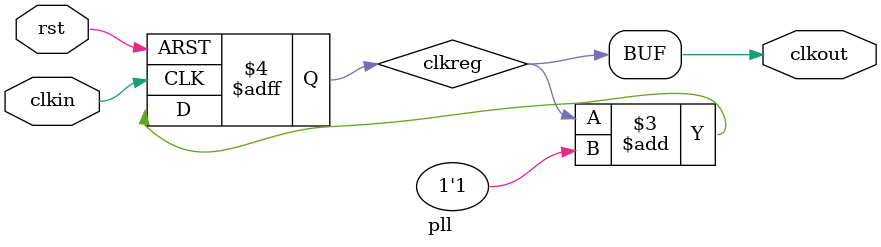
<source format=v>
module pll(
	input clkin,
	input rst,
	output clkout
	);
	
	reg clkreg; 
	
	always@(posedge clkin or negedge rst) begin
		if (~rst) 
			clkreg <= 1'b0;
		else
			clkreg <= clkreg + 1'b1;
	end
	
	assign clkout = clkreg;
endmodule 
</source>
